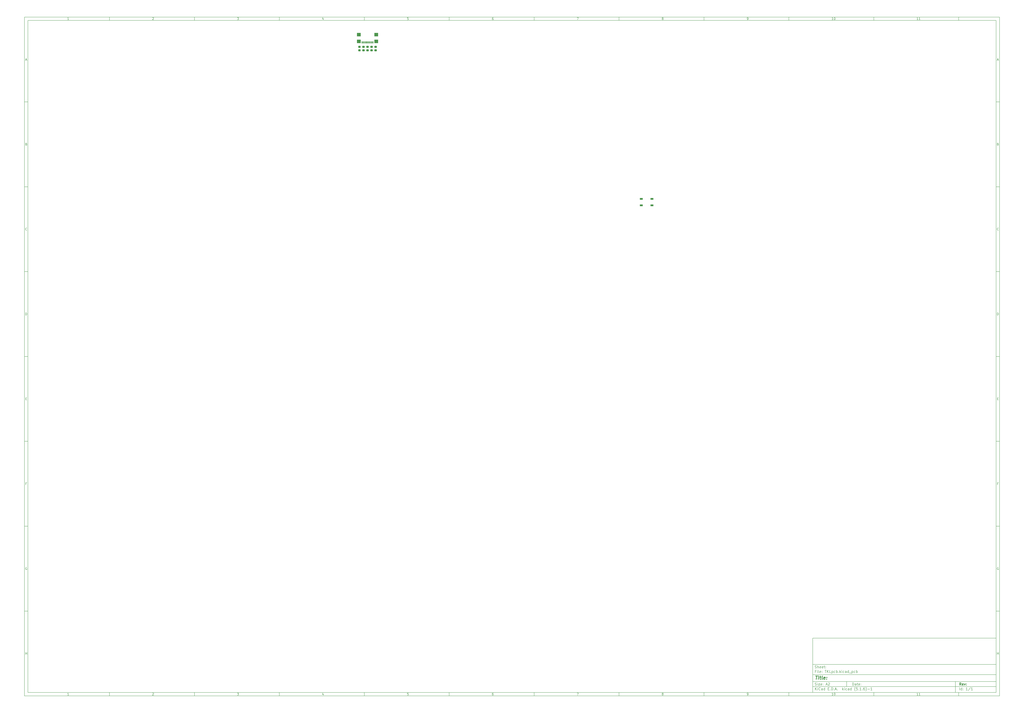
<source format=gbr>
%TF.GenerationSoftware,KiCad,Pcbnew,(5.1.6)-1*%
%TF.CreationDate,2020-07-25T19:19:23-04:00*%
%TF.ProjectId,TKLpcb,544b4c70-6362-42e6-9b69-6361645f7063,rev?*%
%TF.SameCoordinates,Original*%
%TF.FileFunction,Paste,Top*%
%TF.FilePolarity,Positive*%
%FSLAX46Y46*%
G04 Gerber Fmt 4.6, Leading zero omitted, Abs format (unit mm)*
G04 Created by KiCad (PCBNEW (5.1.6)-1) date 2020-07-25 19:19:23*
%MOMM*%
%LPD*%
G01*
G04 APERTURE LIST*
%ADD10C,0.100000*%
%ADD11C,0.150000*%
%ADD12C,0.300000*%
%ADD13C,0.400000*%
%ADD14R,1.700000X1.000000*%
%ADD15R,2.180000X2.000000*%
%ADD16R,0.300000X1.150000*%
%ADD17R,0.600000X1.150000*%
G04 APERTURE END LIST*
D10*
D11*
X474004400Y-375989000D02*
X474004400Y-407989000D01*
X582004400Y-407989000D01*
X582004400Y-375989000D01*
X474004400Y-375989000D01*
D10*
D11*
X10000000Y-10000000D02*
X10000000Y-409989000D01*
X584004400Y-409989000D01*
X584004400Y-10000000D01*
X10000000Y-10000000D01*
D10*
D11*
X12000000Y-12000000D02*
X12000000Y-407989000D01*
X582004400Y-407989000D01*
X582004400Y-12000000D01*
X12000000Y-12000000D01*
D10*
D11*
X60000000Y-12000000D02*
X60000000Y-10000000D01*
D10*
D11*
X110000000Y-12000000D02*
X110000000Y-10000000D01*
D10*
D11*
X160000000Y-12000000D02*
X160000000Y-10000000D01*
D10*
D11*
X210000000Y-12000000D02*
X210000000Y-10000000D01*
D10*
D11*
X260000000Y-12000000D02*
X260000000Y-10000000D01*
D10*
D11*
X310000000Y-12000000D02*
X310000000Y-10000000D01*
D10*
D11*
X360000000Y-12000000D02*
X360000000Y-10000000D01*
D10*
D11*
X410000000Y-12000000D02*
X410000000Y-10000000D01*
D10*
D11*
X460000000Y-12000000D02*
X460000000Y-10000000D01*
D10*
D11*
X510000000Y-12000000D02*
X510000000Y-10000000D01*
D10*
D11*
X560000000Y-12000000D02*
X560000000Y-10000000D01*
D10*
D11*
X36065476Y-11588095D02*
X35322619Y-11588095D01*
X35694047Y-11588095D02*
X35694047Y-10288095D01*
X35570238Y-10473809D01*
X35446428Y-10597619D01*
X35322619Y-10659523D01*
D10*
D11*
X85322619Y-10411904D02*
X85384523Y-10350000D01*
X85508333Y-10288095D01*
X85817857Y-10288095D01*
X85941666Y-10350000D01*
X86003571Y-10411904D01*
X86065476Y-10535714D01*
X86065476Y-10659523D01*
X86003571Y-10845238D01*
X85260714Y-11588095D01*
X86065476Y-11588095D01*
D10*
D11*
X135260714Y-10288095D02*
X136065476Y-10288095D01*
X135632142Y-10783333D01*
X135817857Y-10783333D01*
X135941666Y-10845238D01*
X136003571Y-10907142D01*
X136065476Y-11030952D01*
X136065476Y-11340476D01*
X136003571Y-11464285D01*
X135941666Y-11526190D01*
X135817857Y-11588095D01*
X135446428Y-11588095D01*
X135322619Y-11526190D01*
X135260714Y-11464285D01*
D10*
D11*
X185941666Y-10721428D02*
X185941666Y-11588095D01*
X185632142Y-10226190D02*
X185322619Y-11154761D01*
X186127380Y-11154761D01*
D10*
D11*
X236003571Y-10288095D02*
X235384523Y-10288095D01*
X235322619Y-10907142D01*
X235384523Y-10845238D01*
X235508333Y-10783333D01*
X235817857Y-10783333D01*
X235941666Y-10845238D01*
X236003571Y-10907142D01*
X236065476Y-11030952D01*
X236065476Y-11340476D01*
X236003571Y-11464285D01*
X235941666Y-11526190D01*
X235817857Y-11588095D01*
X235508333Y-11588095D01*
X235384523Y-11526190D01*
X235322619Y-11464285D01*
D10*
D11*
X285941666Y-10288095D02*
X285694047Y-10288095D01*
X285570238Y-10350000D01*
X285508333Y-10411904D01*
X285384523Y-10597619D01*
X285322619Y-10845238D01*
X285322619Y-11340476D01*
X285384523Y-11464285D01*
X285446428Y-11526190D01*
X285570238Y-11588095D01*
X285817857Y-11588095D01*
X285941666Y-11526190D01*
X286003571Y-11464285D01*
X286065476Y-11340476D01*
X286065476Y-11030952D01*
X286003571Y-10907142D01*
X285941666Y-10845238D01*
X285817857Y-10783333D01*
X285570238Y-10783333D01*
X285446428Y-10845238D01*
X285384523Y-10907142D01*
X285322619Y-11030952D01*
D10*
D11*
X335260714Y-10288095D02*
X336127380Y-10288095D01*
X335570238Y-11588095D01*
D10*
D11*
X385570238Y-10845238D02*
X385446428Y-10783333D01*
X385384523Y-10721428D01*
X385322619Y-10597619D01*
X385322619Y-10535714D01*
X385384523Y-10411904D01*
X385446428Y-10350000D01*
X385570238Y-10288095D01*
X385817857Y-10288095D01*
X385941666Y-10350000D01*
X386003571Y-10411904D01*
X386065476Y-10535714D01*
X386065476Y-10597619D01*
X386003571Y-10721428D01*
X385941666Y-10783333D01*
X385817857Y-10845238D01*
X385570238Y-10845238D01*
X385446428Y-10907142D01*
X385384523Y-10969047D01*
X385322619Y-11092857D01*
X385322619Y-11340476D01*
X385384523Y-11464285D01*
X385446428Y-11526190D01*
X385570238Y-11588095D01*
X385817857Y-11588095D01*
X385941666Y-11526190D01*
X386003571Y-11464285D01*
X386065476Y-11340476D01*
X386065476Y-11092857D01*
X386003571Y-10969047D01*
X385941666Y-10907142D01*
X385817857Y-10845238D01*
D10*
D11*
X435446428Y-11588095D02*
X435694047Y-11588095D01*
X435817857Y-11526190D01*
X435879761Y-11464285D01*
X436003571Y-11278571D01*
X436065476Y-11030952D01*
X436065476Y-10535714D01*
X436003571Y-10411904D01*
X435941666Y-10350000D01*
X435817857Y-10288095D01*
X435570238Y-10288095D01*
X435446428Y-10350000D01*
X435384523Y-10411904D01*
X435322619Y-10535714D01*
X435322619Y-10845238D01*
X435384523Y-10969047D01*
X435446428Y-11030952D01*
X435570238Y-11092857D01*
X435817857Y-11092857D01*
X435941666Y-11030952D01*
X436003571Y-10969047D01*
X436065476Y-10845238D01*
D10*
D11*
X486065476Y-11588095D02*
X485322619Y-11588095D01*
X485694047Y-11588095D02*
X485694047Y-10288095D01*
X485570238Y-10473809D01*
X485446428Y-10597619D01*
X485322619Y-10659523D01*
X486870238Y-10288095D02*
X486994047Y-10288095D01*
X487117857Y-10350000D01*
X487179761Y-10411904D01*
X487241666Y-10535714D01*
X487303571Y-10783333D01*
X487303571Y-11092857D01*
X487241666Y-11340476D01*
X487179761Y-11464285D01*
X487117857Y-11526190D01*
X486994047Y-11588095D01*
X486870238Y-11588095D01*
X486746428Y-11526190D01*
X486684523Y-11464285D01*
X486622619Y-11340476D01*
X486560714Y-11092857D01*
X486560714Y-10783333D01*
X486622619Y-10535714D01*
X486684523Y-10411904D01*
X486746428Y-10350000D01*
X486870238Y-10288095D01*
D10*
D11*
X536065476Y-11588095D02*
X535322619Y-11588095D01*
X535694047Y-11588095D02*
X535694047Y-10288095D01*
X535570238Y-10473809D01*
X535446428Y-10597619D01*
X535322619Y-10659523D01*
X537303571Y-11588095D02*
X536560714Y-11588095D01*
X536932142Y-11588095D02*
X536932142Y-10288095D01*
X536808333Y-10473809D01*
X536684523Y-10597619D01*
X536560714Y-10659523D01*
D10*
D11*
X60000000Y-407989000D02*
X60000000Y-409989000D01*
D10*
D11*
X110000000Y-407989000D02*
X110000000Y-409989000D01*
D10*
D11*
X160000000Y-407989000D02*
X160000000Y-409989000D01*
D10*
D11*
X210000000Y-407989000D02*
X210000000Y-409989000D01*
D10*
D11*
X260000000Y-407989000D02*
X260000000Y-409989000D01*
D10*
D11*
X310000000Y-407989000D02*
X310000000Y-409989000D01*
D10*
D11*
X360000000Y-407989000D02*
X360000000Y-409989000D01*
D10*
D11*
X410000000Y-407989000D02*
X410000000Y-409989000D01*
D10*
D11*
X460000000Y-407989000D02*
X460000000Y-409989000D01*
D10*
D11*
X510000000Y-407989000D02*
X510000000Y-409989000D01*
D10*
D11*
X560000000Y-407989000D02*
X560000000Y-409989000D01*
D10*
D11*
X36065476Y-409577095D02*
X35322619Y-409577095D01*
X35694047Y-409577095D02*
X35694047Y-408277095D01*
X35570238Y-408462809D01*
X35446428Y-408586619D01*
X35322619Y-408648523D01*
D10*
D11*
X85322619Y-408400904D02*
X85384523Y-408339000D01*
X85508333Y-408277095D01*
X85817857Y-408277095D01*
X85941666Y-408339000D01*
X86003571Y-408400904D01*
X86065476Y-408524714D01*
X86065476Y-408648523D01*
X86003571Y-408834238D01*
X85260714Y-409577095D01*
X86065476Y-409577095D01*
D10*
D11*
X135260714Y-408277095D02*
X136065476Y-408277095D01*
X135632142Y-408772333D01*
X135817857Y-408772333D01*
X135941666Y-408834238D01*
X136003571Y-408896142D01*
X136065476Y-409019952D01*
X136065476Y-409329476D01*
X136003571Y-409453285D01*
X135941666Y-409515190D01*
X135817857Y-409577095D01*
X135446428Y-409577095D01*
X135322619Y-409515190D01*
X135260714Y-409453285D01*
D10*
D11*
X185941666Y-408710428D02*
X185941666Y-409577095D01*
X185632142Y-408215190D02*
X185322619Y-409143761D01*
X186127380Y-409143761D01*
D10*
D11*
X236003571Y-408277095D02*
X235384523Y-408277095D01*
X235322619Y-408896142D01*
X235384523Y-408834238D01*
X235508333Y-408772333D01*
X235817857Y-408772333D01*
X235941666Y-408834238D01*
X236003571Y-408896142D01*
X236065476Y-409019952D01*
X236065476Y-409329476D01*
X236003571Y-409453285D01*
X235941666Y-409515190D01*
X235817857Y-409577095D01*
X235508333Y-409577095D01*
X235384523Y-409515190D01*
X235322619Y-409453285D01*
D10*
D11*
X285941666Y-408277095D02*
X285694047Y-408277095D01*
X285570238Y-408339000D01*
X285508333Y-408400904D01*
X285384523Y-408586619D01*
X285322619Y-408834238D01*
X285322619Y-409329476D01*
X285384523Y-409453285D01*
X285446428Y-409515190D01*
X285570238Y-409577095D01*
X285817857Y-409577095D01*
X285941666Y-409515190D01*
X286003571Y-409453285D01*
X286065476Y-409329476D01*
X286065476Y-409019952D01*
X286003571Y-408896142D01*
X285941666Y-408834238D01*
X285817857Y-408772333D01*
X285570238Y-408772333D01*
X285446428Y-408834238D01*
X285384523Y-408896142D01*
X285322619Y-409019952D01*
D10*
D11*
X335260714Y-408277095D02*
X336127380Y-408277095D01*
X335570238Y-409577095D01*
D10*
D11*
X385570238Y-408834238D02*
X385446428Y-408772333D01*
X385384523Y-408710428D01*
X385322619Y-408586619D01*
X385322619Y-408524714D01*
X385384523Y-408400904D01*
X385446428Y-408339000D01*
X385570238Y-408277095D01*
X385817857Y-408277095D01*
X385941666Y-408339000D01*
X386003571Y-408400904D01*
X386065476Y-408524714D01*
X386065476Y-408586619D01*
X386003571Y-408710428D01*
X385941666Y-408772333D01*
X385817857Y-408834238D01*
X385570238Y-408834238D01*
X385446428Y-408896142D01*
X385384523Y-408958047D01*
X385322619Y-409081857D01*
X385322619Y-409329476D01*
X385384523Y-409453285D01*
X385446428Y-409515190D01*
X385570238Y-409577095D01*
X385817857Y-409577095D01*
X385941666Y-409515190D01*
X386003571Y-409453285D01*
X386065476Y-409329476D01*
X386065476Y-409081857D01*
X386003571Y-408958047D01*
X385941666Y-408896142D01*
X385817857Y-408834238D01*
D10*
D11*
X435446428Y-409577095D02*
X435694047Y-409577095D01*
X435817857Y-409515190D01*
X435879761Y-409453285D01*
X436003571Y-409267571D01*
X436065476Y-409019952D01*
X436065476Y-408524714D01*
X436003571Y-408400904D01*
X435941666Y-408339000D01*
X435817857Y-408277095D01*
X435570238Y-408277095D01*
X435446428Y-408339000D01*
X435384523Y-408400904D01*
X435322619Y-408524714D01*
X435322619Y-408834238D01*
X435384523Y-408958047D01*
X435446428Y-409019952D01*
X435570238Y-409081857D01*
X435817857Y-409081857D01*
X435941666Y-409019952D01*
X436003571Y-408958047D01*
X436065476Y-408834238D01*
D10*
D11*
X486065476Y-409577095D02*
X485322619Y-409577095D01*
X485694047Y-409577095D02*
X485694047Y-408277095D01*
X485570238Y-408462809D01*
X485446428Y-408586619D01*
X485322619Y-408648523D01*
X486870238Y-408277095D02*
X486994047Y-408277095D01*
X487117857Y-408339000D01*
X487179761Y-408400904D01*
X487241666Y-408524714D01*
X487303571Y-408772333D01*
X487303571Y-409081857D01*
X487241666Y-409329476D01*
X487179761Y-409453285D01*
X487117857Y-409515190D01*
X486994047Y-409577095D01*
X486870238Y-409577095D01*
X486746428Y-409515190D01*
X486684523Y-409453285D01*
X486622619Y-409329476D01*
X486560714Y-409081857D01*
X486560714Y-408772333D01*
X486622619Y-408524714D01*
X486684523Y-408400904D01*
X486746428Y-408339000D01*
X486870238Y-408277095D01*
D10*
D11*
X536065476Y-409577095D02*
X535322619Y-409577095D01*
X535694047Y-409577095D02*
X535694047Y-408277095D01*
X535570238Y-408462809D01*
X535446428Y-408586619D01*
X535322619Y-408648523D01*
X537303571Y-409577095D02*
X536560714Y-409577095D01*
X536932142Y-409577095D02*
X536932142Y-408277095D01*
X536808333Y-408462809D01*
X536684523Y-408586619D01*
X536560714Y-408648523D01*
D10*
D11*
X10000000Y-60000000D02*
X12000000Y-60000000D01*
D10*
D11*
X10000000Y-110000000D02*
X12000000Y-110000000D01*
D10*
D11*
X10000000Y-160000000D02*
X12000000Y-160000000D01*
D10*
D11*
X10000000Y-210000000D02*
X12000000Y-210000000D01*
D10*
D11*
X10000000Y-260000000D02*
X12000000Y-260000000D01*
D10*
D11*
X10000000Y-310000000D02*
X12000000Y-310000000D01*
D10*
D11*
X10000000Y-360000000D02*
X12000000Y-360000000D01*
D10*
D11*
X10690476Y-35216666D02*
X11309523Y-35216666D01*
X10566666Y-35588095D02*
X11000000Y-34288095D01*
X11433333Y-35588095D01*
D10*
D11*
X11092857Y-84907142D02*
X11278571Y-84969047D01*
X11340476Y-85030952D01*
X11402380Y-85154761D01*
X11402380Y-85340476D01*
X11340476Y-85464285D01*
X11278571Y-85526190D01*
X11154761Y-85588095D01*
X10659523Y-85588095D01*
X10659523Y-84288095D01*
X11092857Y-84288095D01*
X11216666Y-84350000D01*
X11278571Y-84411904D01*
X11340476Y-84535714D01*
X11340476Y-84659523D01*
X11278571Y-84783333D01*
X11216666Y-84845238D01*
X11092857Y-84907142D01*
X10659523Y-84907142D01*
D10*
D11*
X11402380Y-135464285D02*
X11340476Y-135526190D01*
X11154761Y-135588095D01*
X11030952Y-135588095D01*
X10845238Y-135526190D01*
X10721428Y-135402380D01*
X10659523Y-135278571D01*
X10597619Y-135030952D01*
X10597619Y-134845238D01*
X10659523Y-134597619D01*
X10721428Y-134473809D01*
X10845238Y-134350000D01*
X11030952Y-134288095D01*
X11154761Y-134288095D01*
X11340476Y-134350000D01*
X11402380Y-134411904D01*
D10*
D11*
X10659523Y-185588095D02*
X10659523Y-184288095D01*
X10969047Y-184288095D01*
X11154761Y-184350000D01*
X11278571Y-184473809D01*
X11340476Y-184597619D01*
X11402380Y-184845238D01*
X11402380Y-185030952D01*
X11340476Y-185278571D01*
X11278571Y-185402380D01*
X11154761Y-185526190D01*
X10969047Y-185588095D01*
X10659523Y-185588095D01*
D10*
D11*
X10721428Y-234907142D02*
X11154761Y-234907142D01*
X11340476Y-235588095D02*
X10721428Y-235588095D01*
X10721428Y-234288095D01*
X11340476Y-234288095D01*
D10*
D11*
X11185714Y-284907142D02*
X10752380Y-284907142D01*
X10752380Y-285588095D02*
X10752380Y-284288095D01*
X11371428Y-284288095D01*
D10*
D11*
X11340476Y-334350000D02*
X11216666Y-334288095D01*
X11030952Y-334288095D01*
X10845238Y-334350000D01*
X10721428Y-334473809D01*
X10659523Y-334597619D01*
X10597619Y-334845238D01*
X10597619Y-335030952D01*
X10659523Y-335278571D01*
X10721428Y-335402380D01*
X10845238Y-335526190D01*
X11030952Y-335588095D01*
X11154761Y-335588095D01*
X11340476Y-335526190D01*
X11402380Y-335464285D01*
X11402380Y-335030952D01*
X11154761Y-335030952D01*
D10*
D11*
X10628571Y-385588095D02*
X10628571Y-384288095D01*
X10628571Y-384907142D02*
X11371428Y-384907142D01*
X11371428Y-385588095D02*
X11371428Y-384288095D01*
D10*
D11*
X584004400Y-60000000D02*
X582004400Y-60000000D01*
D10*
D11*
X584004400Y-110000000D02*
X582004400Y-110000000D01*
D10*
D11*
X584004400Y-160000000D02*
X582004400Y-160000000D01*
D10*
D11*
X584004400Y-210000000D02*
X582004400Y-210000000D01*
D10*
D11*
X584004400Y-260000000D02*
X582004400Y-260000000D01*
D10*
D11*
X584004400Y-310000000D02*
X582004400Y-310000000D01*
D10*
D11*
X584004400Y-360000000D02*
X582004400Y-360000000D01*
D10*
D11*
X582694876Y-35216666D02*
X583313923Y-35216666D01*
X582571066Y-35588095D02*
X583004400Y-34288095D01*
X583437733Y-35588095D01*
D10*
D11*
X583097257Y-84907142D02*
X583282971Y-84969047D01*
X583344876Y-85030952D01*
X583406780Y-85154761D01*
X583406780Y-85340476D01*
X583344876Y-85464285D01*
X583282971Y-85526190D01*
X583159161Y-85588095D01*
X582663923Y-85588095D01*
X582663923Y-84288095D01*
X583097257Y-84288095D01*
X583221066Y-84350000D01*
X583282971Y-84411904D01*
X583344876Y-84535714D01*
X583344876Y-84659523D01*
X583282971Y-84783333D01*
X583221066Y-84845238D01*
X583097257Y-84907142D01*
X582663923Y-84907142D01*
D10*
D11*
X583406780Y-135464285D02*
X583344876Y-135526190D01*
X583159161Y-135588095D01*
X583035352Y-135588095D01*
X582849638Y-135526190D01*
X582725828Y-135402380D01*
X582663923Y-135278571D01*
X582602019Y-135030952D01*
X582602019Y-134845238D01*
X582663923Y-134597619D01*
X582725828Y-134473809D01*
X582849638Y-134350000D01*
X583035352Y-134288095D01*
X583159161Y-134288095D01*
X583344876Y-134350000D01*
X583406780Y-134411904D01*
D10*
D11*
X582663923Y-185588095D02*
X582663923Y-184288095D01*
X582973447Y-184288095D01*
X583159161Y-184350000D01*
X583282971Y-184473809D01*
X583344876Y-184597619D01*
X583406780Y-184845238D01*
X583406780Y-185030952D01*
X583344876Y-185278571D01*
X583282971Y-185402380D01*
X583159161Y-185526190D01*
X582973447Y-185588095D01*
X582663923Y-185588095D01*
D10*
D11*
X582725828Y-234907142D02*
X583159161Y-234907142D01*
X583344876Y-235588095D02*
X582725828Y-235588095D01*
X582725828Y-234288095D01*
X583344876Y-234288095D01*
D10*
D11*
X583190114Y-284907142D02*
X582756780Y-284907142D01*
X582756780Y-285588095D02*
X582756780Y-284288095D01*
X583375828Y-284288095D01*
D10*
D11*
X583344876Y-334350000D02*
X583221066Y-334288095D01*
X583035352Y-334288095D01*
X582849638Y-334350000D01*
X582725828Y-334473809D01*
X582663923Y-334597619D01*
X582602019Y-334845238D01*
X582602019Y-335030952D01*
X582663923Y-335278571D01*
X582725828Y-335402380D01*
X582849638Y-335526190D01*
X583035352Y-335588095D01*
X583159161Y-335588095D01*
X583344876Y-335526190D01*
X583406780Y-335464285D01*
X583406780Y-335030952D01*
X583159161Y-335030952D01*
D10*
D11*
X582632971Y-385588095D02*
X582632971Y-384288095D01*
X582632971Y-384907142D02*
X583375828Y-384907142D01*
X583375828Y-385588095D02*
X583375828Y-384288095D01*
D10*
D11*
X497436542Y-403767571D02*
X497436542Y-402267571D01*
X497793685Y-402267571D01*
X498007971Y-402339000D01*
X498150828Y-402481857D01*
X498222257Y-402624714D01*
X498293685Y-402910428D01*
X498293685Y-403124714D01*
X498222257Y-403410428D01*
X498150828Y-403553285D01*
X498007971Y-403696142D01*
X497793685Y-403767571D01*
X497436542Y-403767571D01*
X499579400Y-403767571D02*
X499579400Y-402981857D01*
X499507971Y-402839000D01*
X499365114Y-402767571D01*
X499079400Y-402767571D01*
X498936542Y-402839000D01*
X499579400Y-403696142D02*
X499436542Y-403767571D01*
X499079400Y-403767571D01*
X498936542Y-403696142D01*
X498865114Y-403553285D01*
X498865114Y-403410428D01*
X498936542Y-403267571D01*
X499079400Y-403196142D01*
X499436542Y-403196142D01*
X499579400Y-403124714D01*
X500079400Y-402767571D02*
X500650828Y-402767571D01*
X500293685Y-402267571D02*
X500293685Y-403553285D01*
X500365114Y-403696142D01*
X500507971Y-403767571D01*
X500650828Y-403767571D01*
X501722257Y-403696142D02*
X501579400Y-403767571D01*
X501293685Y-403767571D01*
X501150828Y-403696142D01*
X501079400Y-403553285D01*
X501079400Y-402981857D01*
X501150828Y-402839000D01*
X501293685Y-402767571D01*
X501579400Y-402767571D01*
X501722257Y-402839000D01*
X501793685Y-402981857D01*
X501793685Y-403124714D01*
X501079400Y-403267571D01*
X502436542Y-403624714D02*
X502507971Y-403696142D01*
X502436542Y-403767571D01*
X502365114Y-403696142D01*
X502436542Y-403624714D01*
X502436542Y-403767571D01*
X502436542Y-402839000D02*
X502507971Y-402910428D01*
X502436542Y-402981857D01*
X502365114Y-402910428D01*
X502436542Y-402839000D01*
X502436542Y-402981857D01*
D10*
D11*
X474004400Y-404489000D02*
X582004400Y-404489000D01*
D10*
D11*
X475436542Y-406567571D02*
X475436542Y-405067571D01*
X476293685Y-406567571D02*
X475650828Y-405710428D01*
X476293685Y-405067571D02*
X475436542Y-405924714D01*
X476936542Y-406567571D02*
X476936542Y-405567571D01*
X476936542Y-405067571D02*
X476865114Y-405139000D01*
X476936542Y-405210428D01*
X477007971Y-405139000D01*
X476936542Y-405067571D01*
X476936542Y-405210428D01*
X478507971Y-406424714D02*
X478436542Y-406496142D01*
X478222257Y-406567571D01*
X478079400Y-406567571D01*
X477865114Y-406496142D01*
X477722257Y-406353285D01*
X477650828Y-406210428D01*
X477579400Y-405924714D01*
X477579400Y-405710428D01*
X477650828Y-405424714D01*
X477722257Y-405281857D01*
X477865114Y-405139000D01*
X478079400Y-405067571D01*
X478222257Y-405067571D01*
X478436542Y-405139000D01*
X478507971Y-405210428D01*
X479793685Y-406567571D02*
X479793685Y-405781857D01*
X479722257Y-405639000D01*
X479579400Y-405567571D01*
X479293685Y-405567571D01*
X479150828Y-405639000D01*
X479793685Y-406496142D02*
X479650828Y-406567571D01*
X479293685Y-406567571D01*
X479150828Y-406496142D01*
X479079400Y-406353285D01*
X479079400Y-406210428D01*
X479150828Y-406067571D01*
X479293685Y-405996142D01*
X479650828Y-405996142D01*
X479793685Y-405924714D01*
X481150828Y-406567571D02*
X481150828Y-405067571D01*
X481150828Y-406496142D02*
X481007971Y-406567571D01*
X480722257Y-406567571D01*
X480579400Y-406496142D01*
X480507971Y-406424714D01*
X480436542Y-406281857D01*
X480436542Y-405853285D01*
X480507971Y-405710428D01*
X480579400Y-405639000D01*
X480722257Y-405567571D01*
X481007971Y-405567571D01*
X481150828Y-405639000D01*
X483007971Y-405781857D02*
X483507971Y-405781857D01*
X483722257Y-406567571D02*
X483007971Y-406567571D01*
X483007971Y-405067571D01*
X483722257Y-405067571D01*
X484365114Y-406424714D02*
X484436542Y-406496142D01*
X484365114Y-406567571D01*
X484293685Y-406496142D01*
X484365114Y-406424714D01*
X484365114Y-406567571D01*
X485079400Y-406567571D02*
X485079400Y-405067571D01*
X485436542Y-405067571D01*
X485650828Y-405139000D01*
X485793685Y-405281857D01*
X485865114Y-405424714D01*
X485936542Y-405710428D01*
X485936542Y-405924714D01*
X485865114Y-406210428D01*
X485793685Y-406353285D01*
X485650828Y-406496142D01*
X485436542Y-406567571D01*
X485079400Y-406567571D01*
X486579400Y-406424714D02*
X486650828Y-406496142D01*
X486579400Y-406567571D01*
X486507971Y-406496142D01*
X486579400Y-406424714D01*
X486579400Y-406567571D01*
X487222257Y-406139000D02*
X487936542Y-406139000D01*
X487079400Y-406567571D02*
X487579400Y-405067571D01*
X488079400Y-406567571D01*
X488579400Y-406424714D02*
X488650828Y-406496142D01*
X488579400Y-406567571D01*
X488507971Y-406496142D01*
X488579400Y-406424714D01*
X488579400Y-406567571D01*
X491579400Y-406567571D02*
X491579400Y-405067571D01*
X491722257Y-405996142D02*
X492150828Y-406567571D01*
X492150828Y-405567571D02*
X491579400Y-406139000D01*
X492793685Y-406567571D02*
X492793685Y-405567571D01*
X492793685Y-405067571D02*
X492722257Y-405139000D01*
X492793685Y-405210428D01*
X492865114Y-405139000D01*
X492793685Y-405067571D01*
X492793685Y-405210428D01*
X494150828Y-406496142D02*
X494007971Y-406567571D01*
X493722257Y-406567571D01*
X493579400Y-406496142D01*
X493507971Y-406424714D01*
X493436542Y-406281857D01*
X493436542Y-405853285D01*
X493507971Y-405710428D01*
X493579400Y-405639000D01*
X493722257Y-405567571D01*
X494007971Y-405567571D01*
X494150828Y-405639000D01*
X495436542Y-406567571D02*
X495436542Y-405781857D01*
X495365114Y-405639000D01*
X495222257Y-405567571D01*
X494936542Y-405567571D01*
X494793685Y-405639000D01*
X495436542Y-406496142D02*
X495293685Y-406567571D01*
X494936542Y-406567571D01*
X494793685Y-406496142D01*
X494722257Y-406353285D01*
X494722257Y-406210428D01*
X494793685Y-406067571D01*
X494936542Y-405996142D01*
X495293685Y-405996142D01*
X495436542Y-405924714D01*
X496793685Y-406567571D02*
X496793685Y-405067571D01*
X496793685Y-406496142D02*
X496650828Y-406567571D01*
X496365114Y-406567571D01*
X496222257Y-406496142D01*
X496150828Y-406424714D01*
X496079400Y-406281857D01*
X496079400Y-405853285D01*
X496150828Y-405710428D01*
X496222257Y-405639000D01*
X496365114Y-405567571D01*
X496650828Y-405567571D01*
X496793685Y-405639000D01*
X499079400Y-407139000D02*
X499007971Y-407067571D01*
X498865114Y-406853285D01*
X498793685Y-406710428D01*
X498722257Y-406496142D01*
X498650828Y-406139000D01*
X498650828Y-405853285D01*
X498722257Y-405496142D01*
X498793685Y-405281857D01*
X498865114Y-405139000D01*
X499007971Y-404924714D01*
X499079400Y-404853285D01*
X500365114Y-405067571D02*
X499650828Y-405067571D01*
X499579400Y-405781857D01*
X499650828Y-405710428D01*
X499793685Y-405639000D01*
X500150828Y-405639000D01*
X500293685Y-405710428D01*
X500365114Y-405781857D01*
X500436542Y-405924714D01*
X500436542Y-406281857D01*
X500365114Y-406424714D01*
X500293685Y-406496142D01*
X500150828Y-406567571D01*
X499793685Y-406567571D01*
X499650828Y-406496142D01*
X499579400Y-406424714D01*
X501079400Y-406424714D02*
X501150828Y-406496142D01*
X501079400Y-406567571D01*
X501007971Y-406496142D01*
X501079400Y-406424714D01*
X501079400Y-406567571D01*
X502579400Y-406567571D02*
X501722257Y-406567571D01*
X502150828Y-406567571D02*
X502150828Y-405067571D01*
X502007971Y-405281857D01*
X501865114Y-405424714D01*
X501722257Y-405496142D01*
X503222257Y-406424714D02*
X503293685Y-406496142D01*
X503222257Y-406567571D01*
X503150828Y-406496142D01*
X503222257Y-406424714D01*
X503222257Y-406567571D01*
X504579400Y-405067571D02*
X504293685Y-405067571D01*
X504150828Y-405139000D01*
X504079400Y-405210428D01*
X503936542Y-405424714D01*
X503865114Y-405710428D01*
X503865114Y-406281857D01*
X503936542Y-406424714D01*
X504007971Y-406496142D01*
X504150828Y-406567571D01*
X504436542Y-406567571D01*
X504579400Y-406496142D01*
X504650828Y-406424714D01*
X504722257Y-406281857D01*
X504722257Y-405924714D01*
X504650828Y-405781857D01*
X504579400Y-405710428D01*
X504436542Y-405639000D01*
X504150828Y-405639000D01*
X504007971Y-405710428D01*
X503936542Y-405781857D01*
X503865114Y-405924714D01*
X505222257Y-407139000D02*
X505293685Y-407067571D01*
X505436542Y-406853285D01*
X505507971Y-406710428D01*
X505579400Y-406496142D01*
X505650828Y-406139000D01*
X505650828Y-405853285D01*
X505579400Y-405496142D01*
X505507971Y-405281857D01*
X505436542Y-405139000D01*
X505293685Y-404924714D01*
X505222257Y-404853285D01*
X506365114Y-405996142D02*
X507507971Y-405996142D01*
X509007971Y-406567571D02*
X508150828Y-406567571D01*
X508579400Y-406567571D02*
X508579400Y-405067571D01*
X508436542Y-405281857D01*
X508293685Y-405424714D01*
X508150828Y-405496142D01*
D10*
D11*
X474004400Y-401489000D02*
X582004400Y-401489000D01*
D10*
D12*
X561413685Y-403767571D02*
X560913685Y-403053285D01*
X560556542Y-403767571D02*
X560556542Y-402267571D01*
X561127971Y-402267571D01*
X561270828Y-402339000D01*
X561342257Y-402410428D01*
X561413685Y-402553285D01*
X561413685Y-402767571D01*
X561342257Y-402910428D01*
X561270828Y-402981857D01*
X561127971Y-403053285D01*
X560556542Y-403053285D01*
X562627971Y-403696142D02*
X562485114Y-403767571D01*
X562199400Y-403767571D01*
X562056542Y-403696142D01*
X561985114Y-403553285D01*
X561985114Y-402981857D01*
X562056542Y-402839000D01*
X562199400Y-402767571D01*
X562485114Y-402767571D01*
X562627971Y-402839000D01*
X562699400Y-402981857D01*
X562699400Y-403124714D01*
X561985114Y-403267571D01*
X563199400Y-402767571D02*
X563556542Y-403767571D01*
X563913685Y-402767571D01*
X564485114Y-403624714D02*
X564556542Y-403696142D01*
X564485114Y-403767571D01*
X564413685Y-403696142D01*
X564485114Y-403624714D01*
X564485114Y-403767571D01*
X564485114Y-402839000D02*
X564556542Y-402910428D01*
X564485114Y-402981857D01*
X564413685Y-402910428D01*
X564485114Y-402839000D01*
X564485114Y-402981857D01*
D10*
D11*
X475365114Y-403696142D02*
X475579400Y-403767571D01*
X475936542Y-403767571D01*
X476079400Y-403696142D01*
X476150828Y-403624714D01*
X476222257Y-403481857D01*
X476222257Y-403339000D01*
X476150828Y-403196142D01*
X476079400Y-403124714D01*
X475936542Y-403053285D01*
X475650828Y-402981857D01*
X475507971Y-402910428D01*
X475436542Y-402839000D01*
X475365114Y-402696142D01*
X475365114Y-402553285D01*
X475436542Y-402410428D01*
X475507971Y-402339000D01*
X475650828Y-402267571D01*
X476007971Y-402267571D01*
X476222257Y-402339000D01*
X476865114Y-403767571D02*
X476865114Y-402767571D01*
X476865114Y-402267571D02*
X476793685Y-402339000D01*
X476865114Y-402410428D01*
X476936542Y-402339000D01*
X476865114Y-402267571D01*
X476865114Y-402410428D01*
X477436542Y-402767571D02*
X478222257Y-402767571D01*
X477436542Y-403767571D01*
X478222257Y-403767571D01*
X479365114Y-403696142D02*
X479222257Y-403767571D01*
X478936542Y-403767571D01*
X478793685Y-403696142D01*
X478722257Y-403553285D01*
X478722257Y-402981857D01*
X478793685Y-402839000D01*
X478936542Y-402767571D01*
X479222257Y-402767571D01*
X479365114Y-402839000D01*
X479436542Y-402981857D01*
X479436542Y-403124714D01*
X478722257Y-403267571D01*
X480079400Y-403624714D02*
X480150828Y-403696142D01*
X480079400Y-403767571D01*
X480007971Y-403696142D01*
X480079400Y-403624714D01*
X480079400Y-403767571D01*
X480079400Y-402839000D02*
X480150828Y-402910428D01*
X480079400Y-402981857D01*
X480007971Y-402910428D01*
X480079400Y-402839000D01*
X480079400Y-402981857D01*
X481865114Y-403339000D02*
X482579400Y-403339000D01*
X481722257Y-403767571D02*
X482222257Y-402267571D01*
X482722257Y-403767571D01*
X483150828Y-402410428D02*
X483222257Y-402339000D01*
X483365114Y-402267571D01*
X483722257Y-402267571D01*
X483865114Y-402339000D01*
X483936542Y-402410428D01*
X484007971Y-402553285D01*
X484007971Y-402696142D01*
X483936542Y-402910428D01*
X483079400Y-403767571D01*
X484007971Y-403767571D01*
D10*
D11*
X560436542Y-406567571D02*
X560436542Y-405067571D01*
X561793685Y-406567571D02*
X561793685Y-405067571D01*
X561793685Y-406496142D02*
X561650828Y-406567571D01*
X561365114Y-406567571D01*
X561222257Y-406496142D01*
X561150828Y-406424714D01*
X561079400Y-406281857D01*
X561079400Y-405853285D01*
X561150828Y-405710428D01*
X561222257Y-405639000D01*
X561365114Y-405567571D01*
X561650828Y-405567571D01*
X561793685Y-405639000D01*
X562507971Y-406424714D02*
X562579400Y-406496142D01*
X562507971Y-406567571D01*
X562436542Y-406496142D01*
X562507971Y-406424714D01*
X562507971Y-406567571D01*
X562507971Y-405639000D02*
X562579400Y-405710428D01*
X562507971Y-405781857D01*
X562436542Y-405710428D01*
X562507971Y-405639000D01*
X562507971Y-405781857D01*
X565150828Y-406567571D02*
X564293685Y-406567571D01*
X564722257Y-406567571D02*
X564722257Y-405067571D01*
X564579400Y-405281857D01*
X564436542Y-405424714D01*
X564293685Y-405496142D01*
X566865114Y-404996142D02*
X565579400Y-406924714D01*
X568150828Y-406567571D02*
X567293685Y-406567571D01*
X567722257Y-406567571D02*
X567722257Y-405067571D01*
X567579400Y-405281857D01*
X567436542Y-405424714D01*
X567293685Y-405496142D01*
D10*
D11*
X474004400Y-397489000D02*
X582004400Y-397489000D01*
D10*
D13*
X475716780Y-398193761D02*
X476859638Y-398193761D01*
X476038209Y-400193761D02*
X476288209Y-398193761D01*
X477276304Y-400193761D02*
X477442971Y-398860428D01*
X477526304Y-398193761D02*
X477419161Y-398289000D01*
X477502495Y-398384238D01*
X477609638Y-398289000D01*
X477526304Y-398193761D01*
X477502495Y-398384238D01*
X478109638Y-398860428D02*
X478871542Y-398860428D01*
X478478685Y-398193761D02*
X478264400Y-399908047D01*
X478335828Y-400098523D01*
X478514400Y-400193761D01*
X478704876Y-400193761D01*
X479657257Y-400193761D02*
X479478685Y-400098523D01*
X479407257Y-399908047D01*
X479621542Y-398193761D01*
X481192971Y-400098523D02*
X480990590Y-400193761D01*
X480609638Y-400193761D01*
X480431066Y-400098523D01*
X480359638Y-399908047D01*
X480454876Y-399146142D01*
X480573923Y-398955666D01*
X480776304Y-398860428D01*
X481157257Y-398860428D01*
X481335828Y-398955666D01*
X481407257Y-399146142D01*
X481383447Y-399336619D01*
X480407257Y-399527095D01*
X482157257Y-400003285D02*
X482240590Y-400098523D01*
X482133447Y-400193761D01*
X482050114Y-400098523D01*
X482157257Y-400003285D01*
X482133447Y-400193761D01*
X482288209Y-398955666D02*
X482371542Y-399050904D01*
X482264400Y-399146142D01*
X482181066Y-399050904D01*
X482288209Y-398955666D01*
X482264400Y-399146142D01*
D10*
D11*
X475936542Y-395581857D02*
X475436542Y-395581857D01*
X475436542Y-396367571D02*
X475436542Y-394867571D01*
X476150828Y-394867571D01*
X476722257Y-396367571D02*
X476722257Y-395367571D01*
X476722257Y-394867571D02*
X476650828Y-394939000D01*
X476722257Y-395010428D01*
X476793685Y-394939000D01*
X476722257Y-394867571D01*
X476722257Y-395010428D01*
X477650828Y-396367571D02*
X477507971Y-396296142D01*
X477436542Y-396153285D01*
X477436542Y-394867571D01*
X478793685Y-396296142D02*
X478650828Y-396367571D01*
X478365114Y-396367571D01*
X478222257Y-396296142D01*
X478150828Y-396153285D01*
X478150828Y-395581857D01*
X478222257Y-395439000D01*
X478365114Y-395367571D01*
X478650828Y-395367571D01*
X478793685Y-395439000D01*
X478865114Y-395581857D01*
X478865114Y-395724714D01*
X478150828Y-395867571D01*
X479507971Y-396224714D02*
X479579400Y-396296142D01*
X479507971Y-396367571D01*
X479436542Y-396296142D01*
X479507971Y-396224714D01*
X479507971Y-396367571D01*
X479507971Y-395439000D02*
X479579400Y-395510428D01*
X479507971Y-395581857D01*
X479436542Y-395510428D01*
X479507971Y-395439000D01*
X479507971Y-395581857D01*
X481150828Y-394867571D02*
X482007971Y-394867571D01*
X481579400Y-396367571D02*
X481579400Y-394867571D01*
X482507971Y-396367571D02*
X482507971Y-394867571D01*
X483365114Y-396367571D02*
X482722257Y-395510428D01*
X483365114Y-394867571D02*
X482507971Y-395724714D01*
X484722257Y-396367571D02*
X484007971Y-396367571D01*
X484007971Y-394867571D01*
X485222257Y-395367571D02*
X485222257Y-396867571D01*
X485222257Y-395439000D02*
X485365114Y-395367571D01*
X485650828Y-395367571D01*
X485793685Y-395439000D01*
X485865114Y-395510428D01*
X485936542Y-395653285D01*
X485936542Y-396081857D01*
X485865114Y-396224714D01*
X485793685Y-396296142D01*
X485650828Y-396367571D01*
X485365114Y-396367571D01*
X485222257Y-396296142D01*
X487222257Y-396296142D02*
X487079400Y-396367571D01*
X486793685Y-396367571D01*
X486650828Y-396296142D01*
X486579400Y-396224714D01*
X486507971Y-396081857D01*
X486507971Y-395653285D01*
X486579400Y-395510428D01*
X486650828Y-395439000D01*
X486793685Y-395367571D01*
X487079400Y-395367571D01*
X487222257Y-395439000D01*
X487865114Y-396367571D02*
X487865114Y-394867571D01*
X487865114Y-395439000D02*
X488007971Y-395367571D01*
X488293685Y-395367571D01*
X488436542Y-395439000D01*
X488507971Y-395510428D01*
X488579400Y-395653285D01*
X488579400Y-396081857D01*
X488507971Y-396224714D01*
X488436542Y-396296142D01*
X488293685Y-396367571D01*
X488007971Y-396367571D01*
X487865114Y-396296142D01*
X489222257Y-396224714D02*
X489293685Y-396296142D01*
X489222257Y-396367571D01*
X489150828Y-396296142D01*
X489222257Y-396224714D01*
X489222257Y-396367571D01*
X489936542Y-396367571D02*
X489936542Y-394867571D01*
X490079400Y-395796142D02*
X490507971Y-396367571D01*
X490507971Y-395367571D02*
X489936542Y-395939000D01*
X491150828Y-396367571D02*
X491150828Y-395367571D01*
X491150828Y-394867571D02*
X491079400Y-394939000D01*
X491150828Y-395010428D01*
X491222257Y-394939000D01*
X491150828Y-394867571D01*
X491150828Y-395010428D01*
X492507971Y-396296142D02*
X492365114Y-396367571D01*
X492079400Y-396367571D01*
X491936542Y-396296142D01*
X491865114Y-396224714D01*
X491793685Y-396081857D01*
X491793685Y-395653285D01*
X491865114Y-395510428D01*
X491936542Y-395439000D01*
X492079400Y-395367571D01*
X492365114Y-395367571D01*
X492507971Y-395439000D01*
X493793685Y-396367571D02*
X493793685Y-395581857D01*
X493722257Y-395439000D01*
X493579400Y-395367571D01*
X493293685Y-395367571D01*
X493150828Y-395439000D01*
X493793685Y-396296142D02*
X493650828Y-396367571D01*
X493293685Y-396367571D01*
X493150828Y-396296142D01*
X493079400Y-396153285D01*
X493079400Y-396010428D01*
X493150828Y-395867571D01*
X493293685Y-395796142D01*
X493650828Y-395796142D01*
X493793685Y-395724714D01*
X495150828Y-396367571D02*
X495150828Y-394867571D01*
X495150828Y-396296142D02*
X495007971Y-396367571D01*
X494722257Y-396367571D01*
X494579400Y-396296142D01*
X494507971Y-396224714D01*
X494436542Y-396081857D01*
X494436542Y-395653285D01*
X494507971Y-395510428D01*
X494579400Y-395439000D01*
X494722257Y-395367571D01*
X495007971Y-395367571D01*
X495150828Y-395439000D01*
X495507971Y-396510428D02*
X496650828Y-396510428D01*
X497007971Y-395367571D02*
X497007971Y-396867571D01*
X497007971Y-395439000D02*
X497150828Y-395367571D01*
X497436542Y-395367571D01*
X497579400Y-395439000D01*
X497650828Y-395510428D01*
X497722257Y-395653285D01*
X497722257Y-396081857D01*
X497650828Y-396224714D01*
X497579400Y-396296142D01*
X497436542Y-396367571D01*
X497150828Y-396367571D01*
X497007971Y-396296142D01*
X499007971Y-396296142D02*
X498865114Y-396367571D01*
X498579400Y-396367571D01*
X498436542Y-396296142D01*
X498365114Y-396224714D01*
X498293685Y-396081857D01*
X498293685Y-395653285D01*
X498365114Y-395510428D01*
X498436542Y-395439000D01*
X498579400Y-395367571D01*
X498865114Y-395367571D01*
X499007971Y-395439000D01*
X499650828Y-396367571D02*
X499650828Y-394867571D01*
X499650828Y-395439000D02*
X499793685Y-395367571D01*
X500079400Y-395367571D01*
X500222257Y-395439000D01*
X500293685Y-395510428D01*
X500365114Y-395653285D01*
X500365114Y-396081857D01*
X500293685Y-396224714D01*
X500222257Y-396296142D01*
X500079400Y-396367571D01*
X499793685Y-396367571D01*
X499650828Y-396296142D01*
D10*
D11*
X474004400Y-391489000D02*
X582004400Y-391489000D01*
D10*
D11*
X475365114Y-393596142D02*
X475579400Y-393667571D01*
X475936542Y-393667571D01*
X476079400Y-393596142D01*
X476150828Y-393524714D01*
X476222257Y-393381857D01*
X476222257Y-393239000D01*
X476150828Y-393096142D01*
X476079400Y-393024714D01*
X475936542Y-392953285D01*
X475650828Y-392881857D01*
X475507971Y-392810428D01*
X475436542Y-392739000D01*
X475365114Y-392596142D01*
X475365114Y-392453285D01*
X475436542Y-392310428D01*
X475507971Y-392239000D01*
X475650828Y-392167571D01*
X476007971Y-392167571D01*
X476222257Y-392239000D01*
X476865114Y-393667571D02*
X476865114Y-392167571D01*
X477507971Y-393667571D02*
X477507971Y-392881857D01*
X477436542Y-392739000D01*
X477293685Y-392667571D01*
X477079400Y-392667571D01*
X476936542Y-392739000D01*
X476865114Y-392810428D01*
X478793685Y-393596142D02*
X478650828Y-393667571D01*
X478365114Y-393667571D01*
X478222257Y-393596142D01*
X478150828Y-393453285D01*
X478150828Y-392881857D01*
X478222257Y-392739000D01*
X478365114Y-392667571D01*
X478650828Y-392667571D01*
X478793685Y-392739000D01*
X478865114Y-392881857D01*
X478865114Y-393024714D01*
X478150828Y-393167571D01*
X480079400Y-393596142D02*
X479936542Y-393667571D01*
X479650828Y-393667571D01*
X479507971Y-393596142D01*
X479436542Y-393453285D01*
X479436542Y-392881857D01*
X479507971Y-392739000D01*
X479650828Y-392667571D01*
X479936542Y-392667571D01*
X480079400Y-392739000D01*
X480150828Y-392881857D01*
X480150828Y-393024714D01*
X479436542Y-393167571D01*
X480579400Y-392667571D02*
X481150828Y-392667571D01*
X480793685Y-392167571D02*
X480793685Y-393453285D01*
X480865114Y-393596142D01*
X481007971Y-393667571D01*
X481150828Y-393667571D01*
X481650828Y-393524714D02*
X481722257Y-393596142D01*
X481650828Y-393667571D01*
X481579400Y-393596142D01*
X481650828Y-393524714D01*
X481650828Y-393667571D01*
X481650828Y-392739000D02*
X481722257Y-392810428D01*
X481650828Y-392881857D01*
X481579400Y-392810428D01*
X481650828Y-392739000D01*
X481650828Y-392881857D01*
D10*
D11*
X494004400Y-401489000D02*
X494004400Y-404489000D01*
D10*
D11*
X558004400Y-401489000D02*
X558004400Y-407989000D01*
D14*
%TO.C,SW1*%
X379388000Y-120962000D03*
X373088000Y-120962000D03*
X379388000Y-117162000D03*
X373088000Y-117162000D03*
%TD*%
D15*
%TO.C,J1*%
X206821000Y-20382500D03*
X217041000Y-20382500D03*
X206821000Y-24312500D03*
X217041000Y-24312500D03*
D16*
X211681000Y-24887500D03*
X212181000Y-24887500D03*
X211181000Y-24887500D03*
X212681000Y-24887500D03*
X210681000Y-24887500D03*
X213181000Y-24887500D03*
X210181000Y-24887500D03*
X213681000Y-24887500D03*
D17*
X208731000Y-24887500D03*
X209531000Y-24887500D03*
X214331000Y-24887500D03*
X215131000Y-24887500D03*
%TD*%
%TO.C,C5*%
G36*
G01*
X216243999Y-29025000D02*
X217144001Y-29025000D01*
G75*
G02*
X217394000Y-29274999I0J-249999D01*
G01*
X217394000Y-29925001D01*
G75*
G02*
X217144001Y-30175000I-249999J0D01*
G01*
X216243999Y-30175000D01*
G75*
G02*
X215994000Y-29925001I0J249999D01*
G01*
X215994000Y-29274999D01*
G75*
G02*
X216243999Y-29025000I249999J0D01*
G01*
G37*
G36*
G01*
X216243999Y-26975000D02*
X217144001Y-26975000D01*
G75*
G02*
X217394000Y-27224999I0J-249999D01*
G01*
X217394000Y-27875001D01*
G75*
G02*
X217144001Y-28125000I-249999J0D01*
G01*
X216243999Y-28125000D01*
G75*
G02*
X215994000Y-27875001I0J249999D01*
G01*
X215994000Y-27224999D01*
G75*
G02*
X216243999Y-26975000I249999J0D01*
G01*
G37*
%TD*%
%TO.C,C4*%
G36*
G01*
X213861999Y-29025000D02*
X214762001Y-29025000D01*
G75*
G02*
X215012000Y-29274999I0J-249999D01*
G01*
X215012000Y-29925001D01*
G75*
G02*
X214762001Y-30175000I-249999J0D01*
G01*
X213861999Y-30175000D01*
G75*
G02*
X213612000Y-29925001I0J249999D01*
G01*
X213612000Y-29274999D01*
G75*
G02*
X213861999Y-29025000I249999J0D01*
G01*
G37*
G36*
G01*
X213861999Y-26975000D02*
X214762001Y-26975000D01*
G75*
G02*
X215012000Y-27224999I0J-249999D01*
G01*
X215012000Y-27875001D01*
G75*
G02*
X214762001Y-28125000I-249999J0D01*
G01*
X213861999Y-28125000D01*
G75*
G02*
X213612000Y-27875001I0J249999D01*
G01*
X213612000Y-27224999D01*
G75*
G02*
X213861999Y-26975000I249999J0D01*
G01*
G37*
%TD*%
%TO.C,C3*%
G36*
G01*
X211480999Y-29025000D02*
X212381001Y-29025000D01*
G75*
G02*
X212631000Y-29274999I0J-249999D01*
G01*
X212631000Y-29925001D01*
G75*
G02*
X212381001Y-30175000I-249999J0D01*
G01*
X211480999Y-30175000D01*
G75*
G02*
X211231000Y-29925001I0J249999D01*
G01*
X211231000Y-29274999D01*
G75*
G02*
X211480999Y-29025000I249999J0D01*
G01*
G37*
G36*
G01*
X211480999Y-26975000D02*
X212381001Y-26975000D01*
G75*
G02*
X212631000Y-27224999I0J-249999D01*
G01*
X212631000Y-27875001D01*
G75*
G02*
X212381001Y-28125000I-249999J0D01*
G01*
X211480999Y-28125000D01*
G75*
G02*
X211231000Y-27875001I0J249999D01*
G01*
X211231000Y-27224999D01*
G75*
G02*
X211480999Y-26975000I249999J0D01*
G01*
G37*
%TD*%
%TO.C,C2*%
G36*
G01*
X209099999Y-29025000D02*
X210000001Y-29025000D01*
G75*
G02*
X210250000Y-29274999I0J-249999D01*
G01*
X210250000Y-29925001D01*
G75*
G02*
X210000001Y-30175000I-249999J0D01*
G01*
X209099999Y-30175000D01*
G75*
G02*
X208850000Y-29925001I0J249999D01*
G01*
X208850000Y-29274999D01*
G75*
G02*
X209099999Y-29025000I249999J0D01*
G01*
G37*
G36*
G01*
X209099999Y-26975000D02*
X210000001Y-26975000D01*
G75*
G02*
X210250000Y-27224999I0J-249999D01*
G01*
X210250000Y-27875001D01*
G75*
G02*
X210000001Y-28125000I-249999J0D01*
G01*
X209099999Y-28125000D01*
G75*
G02*
X208850000Y-27875001I0J249999D01*
G01*
X208850000Y-27224999D01*
G75*
G02*
X209099999Y-26975000I249999J0D01*
G01*
G37*
%TD*%
%TO.C,C1*%
G36*
G01*
X206718999Y-29025000D02*
X207619001Y-29025000D01*
G75*
G02*
X207869000Y-29274999I0J-249999D01*
G01*
X207869000Y-29925001D01*
G75*
G02*
X207619001Y-30175000I-249999J0D01*
G01*
X206718999Y-30175000D01*
G75*
G02*
X206469000Y-29925001I0J249999D01*
G01*
X206469000Y-29274999D01*
G75*
G02*
X206718999Y-29025000I249999J0D01*
G01*
G37*
G36*
G01*
X206718999Y-26975000D02*
X207619001Y-26975000D01*
G75*
G02*
X207869000Y-27224999I0J-249999D01*
G01*
X207869000Y-27875001D01*
G75*
G02*
X207619001Y-28125000I-249999J0D01*
G01*
X206718999Y-28125000D01*
G75*
G02*
X206469000Y-27875001I0J249999D01*
G01*
X206469000Y-27224999D01*
G75*
G02*
X206718999Y-26975000I249999J0D01*
G01*
G37*
%TD*%
M02*

</source>
